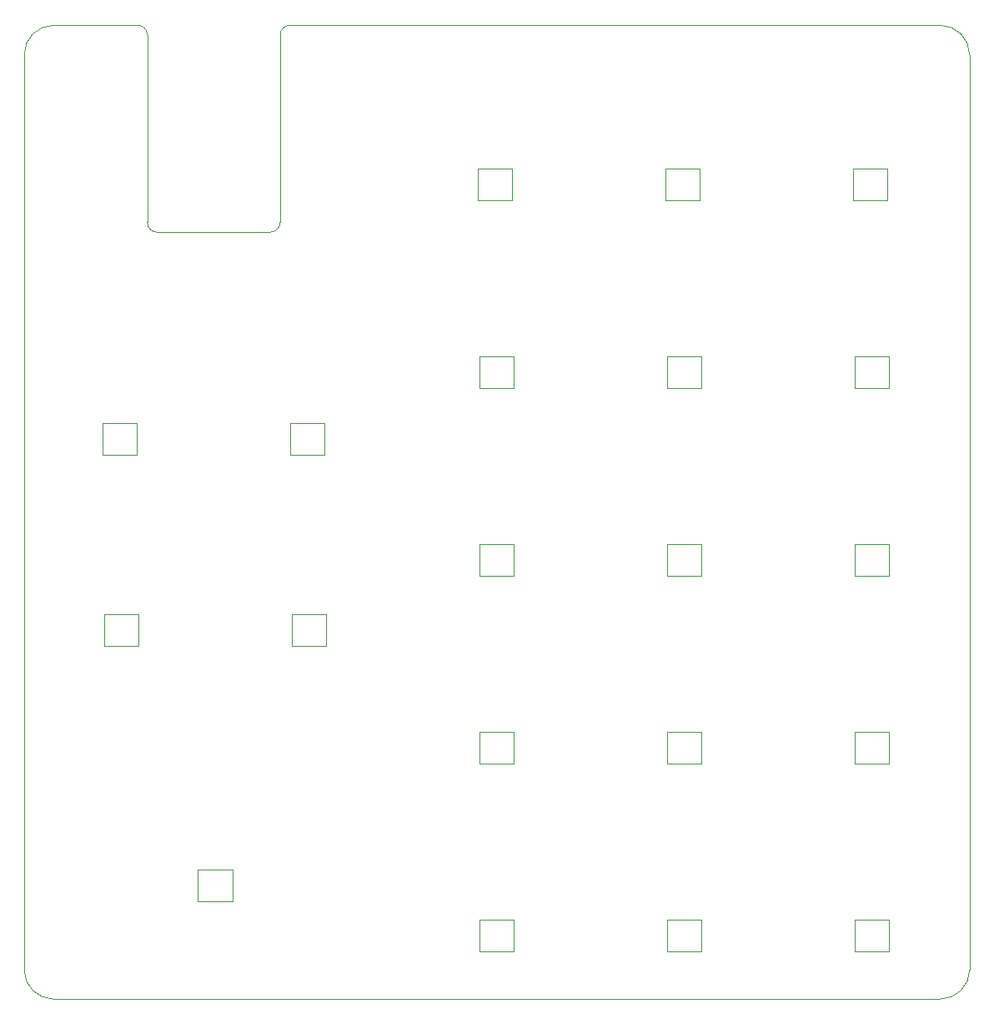
<source format=gbr>
G04 #@! TF.GenerationSoftware,KiCad,Pcbnew,7.0.9*
G04 #@! TF.CreationDate,2024-01-25T19:57:45+09:00*
G04 #@! TF.ProjectId,withTK,77697468-544b-42e6-9b69-6361645f7063,rev?*
G04 #@! TF.SameCoordinates,Original*
G04 #@! TF.FileFunction,Profile,NP*
%FSLAX46Y46*%
G04 Gerber Fmt 4.6, Leading zero omitted, Abs format (unit mm)*
G04 Created by KiCad (PCBNEW 7.0.9) date 2024-01-25 19:57:45*
%MOMM*%
%LPD*%
G01*
G04 APERTURE LIST*
G04 #@! TA.AperFunction,Profile*
%ADD10C,0.100000*%
G04 #@! TD*
G04 #@! TA.AperFunction,Profile*
%ADD11C,0.120000*%
G04 #@! TD*
G04 APERTURE END LIST*
D10*
X19275000Y-113050000D02*
G75*
G03*
X22275000Y-116050000I3000000J0D01*
G01*
X22275000Y-17250000D02*
G75*
G03*
X19275000Y-20250000I0J-3000000D01*
G01*
X112275000Y-116050000D02*
G75*
G03*
X115275000Y-113050000I0J3000000D01*
G01*
X115275000Y-20250000D02*
G75*
G03*
X112275000Y-17250000I-3000000J0D01*
G01*
X22275000Y-116050000D02*
X112275000Y-116050000D01*
X19275000Y-20250000D02*
X19275000Y-113050000D01*
X115275000Y-20250000D02*
X115275000Y-113050000D01*
X22275000Y-17250000D02*
X29521100Y-17246314D01*
X47506100Y-17246314D02*
X112275000Y-17250000D01*
D11*
X27377100Y-77027400D02*
X30877100Y-77027400D01*
X27377100Y-80227400D02*
X27377100Y-77027400D01*
X30877100Y-77027400D02*
X30877100Y-80227400D01*
X30877100Y-80227400D02*
X27377100Y-80227400D01*
X88027100Y-92133600D02*
X84527100Y-92133600D01*
X88027100Y-88933600D02*
X88027100Y-92133600D01*
X84527100Y-92133600D02*
X84527100Y-88933600D01*
X84527100Y-88933600D02*
X88027100Y-88933600D01*
X84527100Y-107983600D02*
X88027100Y-107983600D01*
X84527100Y-111183600D02*
X84527100Y-107983600D01*
X88027100Y-107983600D02*
X88027100Y-111183600D01*
X88027100Y-111183600D02*
X84527100Y-111183600D01*
X30719300Y-60796100D02*
X27219300Y-60796100D01*
X30719300Y-57596100D02*
X30719300Y-60796100D01*
X27219300Y-60796100D02*
X27219300Y-57596100D01*
X27219300Y-57596100D02*
X30719300Y-57596100D01*
X68977100Y-54033600D02*
X65477100Y-54033600D01*
X68977100Y-50833600D02*
X68977100Y-54033600D01*
X65477100Y-54033600D02*
X65477100Y-50833600D01*
X65477100Y-50833600D02*
X68977100Y-50833600D01*
X103436600Y-31783600D02*
X106936600Y-31783600D01*
X103436600Y-34983600D02*
X103436600Y-31783600D01*
X106936600Y-31783600D02*
X106936600Y-34983600D01*
X106936600Y-34983600D02*
X103436600Y-34983600D01*
X65477100Y-107983600D02*
X68977100Y-107983600D01*
X65477100Y-111183600D02*
X65477100Y-107983600D01*
X68977100Y-107983600D02*
X68977100Y-111183600D01*
X68977100Y-111183600D02*
X65477100Y-111183600D01*
X65477100Y-69883600D02*
X68977100Y-69883600D01*
X65477100Y-73083600D02*
X65477100Y-69883600D01*
X68977100Y-69883600D02*
X68977100Y-73083600D01*
X68977100Y-73083600D02*
X65477100Y-73083600D01*
X103577100Y-69883600D02*
X107077100Y-69883600D01*
X103577100Y-73083600D02*
X103577100Y-69883600D01*
X107077100Y-69883600D02*
X107077100Y-73083600D01*
X107077100Y-73083600D02*
X103577100Y-73083600D01*
X88027100Y-54033600D02*
X84527100Y-54033600D01*
X88027100Y-50833600D02*
X88027100Y-54033600D01*
X84527100Y-54033600D02*
X84527100Y-50833600D01*
X84527100Y-50833600D02*
X88027100Y-50833600D01*
X49769600Y-60796100D02*
X46269600Y-60796100D01*
X49769600Y-57596100D02*
X49769600Y-60796100D01*
X46269600Y-60796100D02*
X46269600Y-57596100D01*
X46269600Y-57596100D02*
X49769600Y-57596100D01*
X84372900Y-31783600D02*
X87872900Y-31783600D01*
X84372900Y-34983600D02*
X84372900Y-31783600D01*
X87872900Y-31783600D02*
X87872900Y-34983600D01*
X87872900Y-34983600D02*
X84372900Y-34983600D01*
X65321200Y-31783600D02*
X68821200Y-31783600D01*
X65321200Y-34983600D02*
X65321200Y-31783600D01*
X68821200Y-31783600D02*
X68821200Y-34983600D01*
X68821200Y-34983600D02*
X65321200Y-34983600D01*
X107077100Y-92133600D02*
X103577100Y-92133600D01*
X107077100Y-88933600D02*
X107077100Y-92133600D01*
X103577100Y-92133600D02*
X103577100Y-88933600D01*
X103577100Y-88933600D02*
X107077100Y-88933600D01*
X84527100Y-69883600D02*
X88027100Y-69883600D01*
X84527100Y-73083600D02*
X84527100Y-69883600D01*
X88027100Y-69883600D02*
X88027100Y-73083600D01*
X88027100Y-73083600D02*
X84527100Y-73083600D01*
X107077100Y-54033600D02*
X103577100Y-54033600D01*
X107077100Y-50833600D02*
X107077100Y-54033600D01*
X103577100Y-54033600D02*
X103577100Y-50833600D01*
X103577100Y-50833600D02*
X107077100Y-50833600D01*
X36902100Y-102896100D02*
X40402100Y-102896100D01*
X36902100Y-106096100D02*
X36902100Y-102896100D01*
X40402100Y-102896100D02*
X40402100Y-106096100D01*
X40402100Y-106096100D02*
X36902100Y-106096100D01*
X103577100Y-107983600D02*
X107077100Y-107983600D01*
X103577100Y-111183600D02*
X103577100Y-107983600D01*
X107077100Y-107983600D02*
X107077100Y-111183600D01*
X107077100Y-111183600D02*
X103577100Y-111183600D01*
X68977100Y-92133600D02*
X65477100Y-92133600D01*
X68977100Y-88933600D02*
X68977100Y-92133600D01*
X65477100Y-92133600D02*
X65477100Y-88933600D01*
X65477100Y-88933600D02*
X68977100Y-88933600D01*
X46427100Y-77027400D02*
X49927100Y-77027400D01*
X46427100Y-80227400D02*
X46427100Y-77027400D01*
X49927100Y-77027400D02*
X49927100Y-80227400D01*
X49927100Y-80227400D02*
X46427100Y-80227400D01*
X30781666Y-17246353D02*
X29521066Y-17246353D01*
X31781666Y-18246353D02*
X31781666Y-37246353D01*
X32781666Y-38246353D02*
X43084666Y-38246353D01*
X43084666Y-38246353D02*
X44269066Y-38246353D01*
X45269066Y-37246353D02*
X45269066Y-18246353D01*
X46269066Y-17246353D02*
X47506066Y-17246353D01*
X31781666Y-18246353D02*
G75*
G03*
X30781666Y-17246353I-1000003J-3D01*
G01*
X31781666Y-37246353D02*
G75*
G03*
X32781666Y-38246353I1000003J3D01*
G01*
X46269066Y-17246346D02*
G75*
G03*
X45269066Y-18246353I14J-1000014D01*
G01*
X44269066Y-38246346D02*
G75*
G03*
X45269066Y-37246353I14J999986D01*
G01*
M02*

</source>
